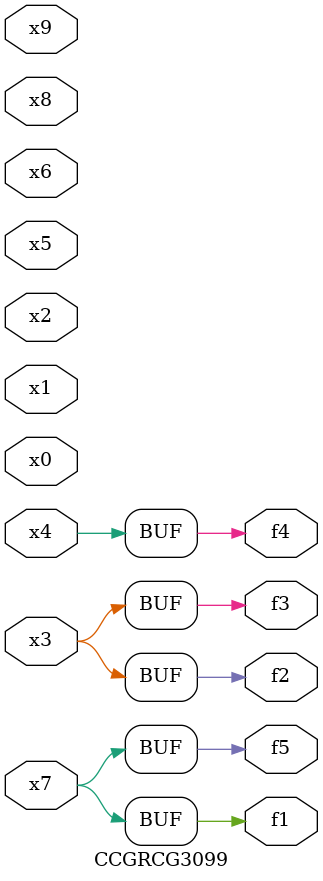
<source format=v>
module CCGRCG3099(
	input x0, x1, x2, x3, x4, x5, x6, x7, x8, x9,
	output f1, f2, f3, f4, f5
);
	assign f1 = x7;
	assign f2 = x3;
	assign f3 = x3;
	assign f4 = x4;
	assign f5 = x7;
endmodule

</source>
